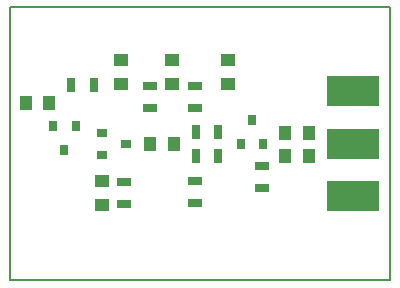
<source format=gbr>
G04 #@! TF.FileFunction,Paste,Top*
%FSLAX46Y46*%
G04 Gerber Fmt 4.6, Leading zero omitted, Abs format (unit mm)*
G04 Created by KiCad (PCBNEW 4.0.6) date Wed Jul 14 20:47:06 2021*
%MOMM*%
%LPD*%
G01*
G04 APERTURE LIST*
%ADD10C,0.020000*%
%ADD11C,0.150000*%
%ADD12R,1.000000X1.250000*%
%ADD13R,1.250000X1.000000*%
%ADD14R,4.445000X2.540000*%
%ADD15R,0.800000X0.900000*%
%ADD16R,0.900000X0.800000*%
%ADD17R,0.700000X1.300000*%
%ADD18R,1.300000X0.700000*%
G04 APERTURE END LIST*
D10*
D11*
X157988000Y-111633000D02*
X157988000Y-88519000D01*
X125857000Y-111633000D02*
X157988000Y-111633000D01*
X125857000Y-88519000D02*
X125857000Y-111633000D01*
X157988000Y-88519000D02*
X125857000Y-88519000D01*
D12*
X149114000Y-99187000D03*
X151114000Y-99187000D03*
X129143000Y-96647000D03*
X127143000Y-96647000D03*
X137684000Y-100076000D03*
X139684000Y-100076000D03*
X149114000Y-101092000D03*
X151114000Y-101092000D03*
D13*
X133604000Y-103267000D03*
X133604000Y-105267000D03*
X144272000Y-94980000D03*
X144272000Y-92980000D03*
D14*
X154876500Y-95631000D03*
X154876500Y-104521000D03*
X154876500Y-100076000D03*
D15*
X145354000Y-100060000D03*
X147254000Y-100060000D03*
X146304000Y-98060000D03*
D16*
X133620000Y-99126000D03*
X133620000Y-101026000D03*
X135620000Y-100076000D03*
D17*
X132903000Y-95123000D03*
X131003000Y-95123000D03*
D18*
X137668000Y-95189000D03*
X137668000Y-97089000D03*
X141478000Y-95189000D03*
X141478000Y-97089000D03*
D17*
X143444000Y-99060000D03*
X141544000Y-99060000D03*
X143444000Y-101092000D03*
X141544000Y-101092000D03*
D18*
X135509000Y-103317000D03*
X135509000Y-105217000D03*
X141478000Y-103190000D03*
X141478000Y-105090000D03*
X147193000Y-101920000D03*
X147193000Y-103820000D03*
D15*
X131379000Y-98568000D03*
X129479000Y-98568000D03*
X130429000Y-100568000D03*
D13*
X135255000Y-94980000D03*
X135255000Y-92980000D03*
X139573000Y-94980000D03*
X139573000Y-92980000D03*
M02*

</source>
